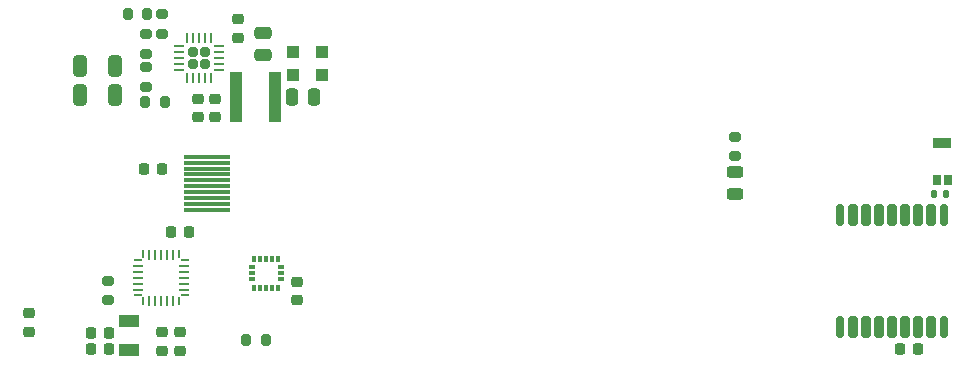
<source format=gbr>
%TF.GenerationSoftware,KiCad,Pcbnew,(6.0.2)*%
%TF.CreationDate,2022-05-15T09:33:53-06:00*%
%TF.ProjectId,SolarGPS,536f6c61-7247-4505-932e-6b696361645f,rev?*%
%TF.SameCoordinates,Original*%
%TF.FileFunction,Paste,Top*%
%TF.FilePolarity,Positive*%
%FSLAX46Y46*%
G04 Gerber Fmt 4.6, Leading zero omitted, Abs format (unit mm)*
G04 Created by KiCad (PCBNEW (6.0.2)) date 2022-05-15 09:33:53*
%MOMM*%
%LPD*%
G01*
G04 APERTURE LIST*
G04 Aperture macros list*
%AMRoundRect*
0 Rectangle with rounded corners*
0 $1 Rounding radius*
0 $2 $3 $4 $5 $6 $7 $8 $9 X,Y pos of 4 corners*
0 Add a 4 corners polygon primitive as box body*
4,1,4,$2,$3,$4,$5,$6,$7,$8,$9,$2,$3,0*
0 Add four circle primitives for the rounded corners*
1,1,$1+$1,$2,$3*
1,1,$1+$1,$4,$5*
1,1,$1+$1,$6,$7*
1,1,$1+$1,$8,$9*
0 Add four rect primitives between the rounded corners*
20,1,$1+$1,$2,$3,$4,$5,0*
20,1,$1+$1,$4,$5,$6,$7,0*
20,1,$1+$1,$6,$7,$8,$9,0*
20,1,$1+$1,$8,$9,$2,$3,0*%
%AMOutline4P*
0 Free polygon, 4 corners , with rotation*
0 The origin of the aperture is its center*
0 number of corners: always 4*
0 $1 to $8 corner X, Y*
0 $9 Rotation angle, in degrees counterclockwise*
0 create outline with 4 corners*
4,1,4,$1,$2,$3,$4,$5,$6,$7,$8,$1,$2,$9*%
%AMFreePoly0*
4,1,17,0.230680,0.111820,0.364318,-0.021819,0.364320,-0.021820,0.364320,-0.021821,0.377501,-0.053640,0.377500,-0.053642,0.377500,-0.080000,0.364320,-0.111820,0.332500,-0.125000,-0.332500,-0.125000,-0.364320,-0.111820,-0.377500,-0.080000,-0.377500,0.080000,-0.364320,0.111820,-0.332500,0.125000,0.198860,0.125000,0.230680,0.111820,0.230680,0.111820,$1*%
%AMFreePoly1*
4,1,17,0.364320,0.111820,0.377500,0.080000,0.377500,0.053642,0.377501,0.053640,0.369779,0.035000,0.364320,0.021820,0.364318,0.021819,0.230680,-0.111820,0.198860,-0.125000,-0.332500,-0.125000,-0.364320,-0.111820,-0.377500,-0.080000,-0.377500,0.080000,-0.364320,0.111820,-0.332500,0.125000,0.332500,0.125000,0.364320,0.111820,0.364320,0.111820,$1*%
%AMFreePoly2*
4,1,17,0.053642,0.377500,0.080000,0.377500,0.111820,0.364320,0.125000,0.332500,0.125000,-0.332500,0.111820,-0.364320,0.080000,-0.377500,-0.080000,-0.377500,-0.111820,-0.364320,-0.125000,-0.332500,-0.125000,0.198860,-0.111820,0.230680,0.021819,0.364318,0.021820,0.364320,0.031140,0.368181,0.053640,0.377501,0.053642,0.377500,0.053642,0.377500,$1*%
%AMFreePoly3*
4,1,17,-0.021820,0.364320,0.111818,0.230681,0.111820,0.230680,0.111820,0.230679,0.125001,0.198860,0.125000,0.198858,0.125000,-0.332500,0.111820,-0.364320,0.080000,-0.377500,-0.080000,-0.377500,-0.111820,-0.364320,-0.125000,-0.332500,-0.125000,0.332500,-0.111820,0.364320,-0.080000,0.377500,-0.053640,0.377500,-0.021820,0.364320,-0.021820,0.364320,$1*%
%AMFreePoly4*
4,1,17,0.364320,0.111820,0.377500,0.080000,0.377500,-0.080000,0.364320,-0.111820,0.332500,-0.125000,-0.198858,-0.125000,-0.198860,-0.125001,-0.221360,-0.115681,-0.230680,-0.111820,-0.230681,-0.111818,-0.364320,0.021820,-0.377500,0.053640,-0.377500,0.080000,-0.364320,0.111820,-0.332500,0.125000,0.332500,0.125000,0.364320,0.111820,0.364320,0.111820,$1*%
%AMFreePoly5*
4,1,17,-0.198858,0.125000,0.332500,0.125000,0.364320,0.111820,0.377500,0.080000,0.377500,-0.080000,0.364320,-0.111820,0.332500,-0.125000,-0.332500,-0.125000,-0.364320,-0.111820,-0.377500,-0.080000,-0.377500,-0.053640,-0.364320,-0.021820,-0.230681,0.111818,-0.230680,0.111820,-0.221360,0.115681,-0.198860,0.125001,-0.198858,0.125000,-0.198858,0.125000,$1*%
%AMFreePoly6*
4,1,17,0.111820,0.364320,0.125000,0.332500,0.125000,-0.198858,0.125001,-0.198860,0.115681,-0.221360,0.111820,-0.230680,0.111818,-0.230681,-0.021820,-0.364320,-0.053640,-0.377500,-0.080000,-0.377500,-0.111820,-0.364320,-0.125000,-0.332500,-0.125000,0.332500,-0.111820,0.364320,-0.080000,0.377500,0.080000,0.377500,0.111820,0.364320,0.111820,0.364320,$1*%
%AMFreePoly7*
4,1,17,0.111820,0.364320,0.125000,0.332500,0.125000,-0.332500,0.111820,-0.364320,0.080000,-0.377500,0.053642,-0.377500,0.053640,-0.377501,0.031140,-0.368181,0.021820,-0.364320,0.021819,-0.364318,-0.111820,-0.230680,-0.125000,-0.198860,-0.125000,0.332500,-0.111820,0.364320,-0.080000,0.377500,0.080000,0.377500,0.111820,0.364320,0.111820,0.364320,$1*%
G04 Aperture macros list end*
%ADD10RoundRect,0.243750X0.456250X-0.243750X0.456250X0.243750X-0.456250X0.243750X-0.456250X-0.243750X0*%
%ADD11RoundRect,0.225000X-0.225000X-0.250000X0.225000X-0.250000X0.225000X0.250000X-0.225000X0.250000X0*%
%ADD12RoundRect,0.225000X0.250000X-0.225000X0.250000X0.225000X-0.250000X0.225000X-0.250000X-0.225000X0*%
%ADD13RoundRect,0.087500X-0.087500X0.187500X-0.087500X-0.187500X0.087500X-0.187500X0.087500X0.187500X0*%
%ADD14RoundRect,0.087500X-0.187500X0.087500X-0.187500X-0.087500X0.187500X-0.087500X0.187500X0.087500X0*%
%ADD15RoundRect,0.147500X0.147500X0.172500X-0.147500X0.172500X-0.147500X-0.172500X0.147500X-0.172500X0*%
%ADD16RoundRect,0.175000X0.175000X-0.725000X0.175000X0.725000X-0.175000X0.725000X-0.175000X-0.725000X0*%
%ADD17RoundRect,0.200000X0.200000X-0.700000X0.200000X0.700000X-0.200000X0.700000X-0.200000X-0.700000X0*%
%ADD18Outline4P,-0.400000X-0.325000X0.400000X-0.325000X0.400000X0.325000X-0.400000X0.325000X270.000000*%
%ADD19Outline4P,-0.400000X-0.800000X0.400000X-0.800000X0.400000X0.800000X-0.400000X0.800000X270.000000*%
%ADD20RoundRect,0.250000X-0.250000X-0.475000X0.250000X-0.475000X0.250000X0.475000X-0.250000X0.475000X0*%
%ADD21RoundRect,0.225000X0.225000X0.250000X-0.225000X0.250000X-0.225000X-0.250000X0.225000X-0.250000X0*%
%ADD22R,4.000000X0.300000*%
%ADD23RoundRect,0.200000X-0.275000X0.200000X-0.275000X-0.200000X0.275000X-0.200000X0.275000X0.200000X0*%
%ADD24RoundRect,0.200000X0.200000X0.275000X-0.200000X0.275000X-0.200000X-0.275000X0.200000X-0.275000X0*%
%ADD25RoundRect,0.225000X-0.250000X0.225000X-0.250000X-0.225000X0.250000X-0.225000X0.250000X0.225000X0*%
%ADD26RoundRect,0.200000X0.275000X-0.200000X0.275000X0.200000X-0.275000X0.200000X-0.275000X-0.200000X0*%
%ADD27RoundRect,0.200000X-0.200000X-0.275000X0.200000X-0.275000X0.200000X0.275000X-0.200000X0.275000X0*%
%ADD28RoundRect,0.250000X-0.325000X-0.650000X0.325000X-0.650000X0.325000X0.650000X-0.325000X0.650000X0*%
%ADD29R,1.000000X1.000000*%
%ADD30FreePoly0,90.000000*%
%ADD31RoundRect,0.062500X0.062500X-0.375000X0.062500X0.375000X-0.062500X0.375000X-0.062500X-0.375000X0*%
%ADD32FreePoly1,90.000000*%
%ADD33FreePoly2,90.000000*%
%ADD34RoundRect,0.062500X0.375000X-0.062500X0.375000X0.062500X-0.375000X0.062500X-0.375000X-0.062500X0*%
%ADD35FreePoly3,90.000000*%
%ADD36FreePoly4,90.000000*%
%ADD37FreePoly5,90.000000*%
%ADD38FreePoly6,90.000000*%
%ADD39FreePoly7,90.000000*%
%ADD40RoundRect,0.202500X0.202500X0.202500X-0.202500X0.202500X-0.202500X-0.202500X0.202500X-0.202500X0*%
%ADD41RoundRect,0.062500X0.375000X0.062500X-0.375000X0.062500X-0.375000X-0.062500X0.375000X-0.062500X0*%
%ADD42RoundRect,0.062500X0.062500X0.375000X-0.062500X0.375000X-0.062500X-0.375000X0.062500X-0.375000X0*%
%ADD43R,1.800000X1.000000*%
%ADD44R,1.000000X4.300000*%
%ADD45RoundRect,0.250000X-0.475000X0.250000X-0.475000X-0.250000X0.475000X-0.250000X0.475000X0.250000X0*%
G04 APERTURE END LIST*
D10*
%TO.C,D2*%
X111200000Y-65937500D03*
X111200000Y-64062500D03*
%TD*%
D11*
%TO.C,C5*%
X125125000Y-79000000D03*
X126675000Y-79000000D03*
%TD*%
D12*
%TO.C,C26*%
X74100000Y-74875000D03*
X74100000Y-73325000D03*
%TD*%
D13*
%TO.C,U6*%
X72500000Y-71375000D03*
X72000000Y-71375000D03*
X71500000Y-71375000D03*
X71000000Y-71375000D03*
X70500000Y-71375000D03*
D14*
X70275000Y-72100000D03*
X70275000Y-72600000D03*
X70275000Y-73100000D03*
D13*
X70500000Y-73825000D03*
X71000000Y-73825000D03*
X71500000Y-73825000D03*
X72000000Y-73825000D03*
X72500000Y-73825000D03*
D14*
X72725000Y-73100000D03*
X72725000Y-72600000D03*
X72725000Y-72100000D03*
%TD*%
D15*
%TO.C,C1*%
X129035000Y-65950000D03*
X128065000Y-65950000D03*
%TD*%
D16*
%TO.C,U2*%
X120100000Y-77150000D03*
D17*
X121200000Y-77150000D03*
X122300000Y-77150000D03*
X123400000Y-77150000D03*
X124500000Y-77150000D03*
X125600000Y-77150000D03*
X126700000Y-77150000D03*
X127800000Y-77150000D03*
D16*
X128900000Y-77150000D03*
X128900000Y-67650000D03*
D17*
X127800000Y-67650000D03*
X126700000Y-67650000D03*
X125600000Y-67650000D03*
X124500000Y-67650000D03*
X123400000Y-67650000D03*
X122300000Y-67650000D03*
X121200000Y-67650000D03*
D16*
X120100000Y-67650000D03*
%TD*%
D18*
%TO.C,AE1*%
X128250000Y-64750000D03*
X129250000Y-64750000D03*
D19*
X128750000Y-61550000D03*
%TD*%
D20*
%TO.C,C4*%
X73650000Y-57700000D03*
X75550000Y-57700000D03*
%TD*%
D21*
%TO.C,C13*%
X58175000Y-79050000D03*
X56625000Y-79050000D03*
%TD*%
D22*
%TO.C,J1*%
X66500000Y-67250000D03*
X66500000Y-66750000D03*
X66500000Y-66250000D03*
X66500000Y-65750000D03*
X66500000Y-65250000D03*
X66500000Y-64750000D03*
X66500000Y-64250000D03*
X66500000Y-63750000D03*
X66500000Y-63250000D03*
X66500000Y-62750000D03*
%TD*%
D23*
%TO.C,ROK2*%
X61300000Y-55175000D03*
X61300000Y-56825000D03*
%TD*%
D12*
%TO.C,C6*%
X69100000Y-52675000D03*
X69100000Y-51125000D03*
%TD*%
D24*
%TO.C,ROV1*%
X61425000Y-50700000D03*
X59775000Y-50700000D03*
%TD*%
D23*
%TO.C,ROK3*%
X61300000Y-52375000D03*
X61300000Y-54025000D03*
%TD*%
D11*
%TO.C,C14*%
X63425000Y-69100000D03*
X64975000Y-69100000D03*
%TD*%
D25*
%TO.C,C2*%
X62700000Y-77625000D03*
X62700000Y-79175000D03*
%TD*%
D26*
%TO.C,ROV2*%
X62700000Y-52325000D03*
X62700000Y-50675000D03*
%TD*%
D12*
%TO.C,C9*%
X65700000Y-59375000D03*
X65700000Y-57825000D03*
%TD*%
%TO.C,C7*%
X67200000Y-59375000D03*
X67200000Y-57825000D03*
%TD*%
D27*
%TO.C,R3*%
X69825000Y-78300000D03*
X71475000Y-78300000D03*
%TD*%
D28*
%TO.C,C12*%
X55725000Y-57500000D03*
X58675000Y-57500000D03*
%TD*%
D25*
%TO.C,C19*%
X64200000Y-77625000D03*
X64200000Y-79175000D03*
%TD*%
D11*
%TO.C,C3*%
X61125000Y-63800000D03*
X62675000Y-63800000D03*
%TD*%
D29*
%TO.C,D3*%
X73750000Y-55800000D03*
X76250000Y-55800000D03*
%TD*%
D30*
%TO.C,U3*%
X61100000Y-74997500D03*
D31*
X61600000Y-74937500D03*
X62100000Y-74937500D03*
X62600000Y-74937500D03*
X63100000Y-74937500D03*
X63600000Y-74937500D03*
D32*
X64100000Y-74997500D03*
D33*
X64597500Y-74500000D03*
D34*
X64537500Y-74000000D03*
X64537500Y-73500000D03*
X64537500Y-73000000D03*
X64537500Y-72500000D03*
X64537500Y-72000000D03*
D35*
X64597500Y-71500000D03*
D36*
X64100000Y-71002500D03*
D31*
X63600000Y-71062500D03*
X63100000Y-71062500D03*
X62600000Y-71062500D03*
X62100000Y-71062500D03*
X61600000Y-71062500D03*
D37*
X61100000Y-71002500D03*
D38*
X60602500Y-71500000D03*
D34*
X60662500Y-72000000D03*
X60662500Y-72500000D03*
X60662500Y-73000000D03*
X60662500Y-73500000D03*
X60662500Y-74000000D03*
D39*
X60602500Y-74500000D03*
%TD*%
D25*
%TO.C,C16*%
X51400000Y-76025000D03*
X51400000Y-77575000D03*
%TD*%
D29*
%TO.C,D1*%
X73750000Y-53900000D03*
X76250000Y-53900000D03*
%TD*%
D21*
%TO.C,C15*%
X58175000Y-77700000D03*
X56625000Y-77700000D03*
%TD*%
D40*
%TO.C,U1*%
X65300000Y-54900000D03*
X66300000Y-54900000D03*
X65300000Y-53900000D03*
X66300000Y-53900000D03*
D41*
X67487500Y-55400000D03*
X67487500Y-54900000D03*
X67487500Y-54400000D03*
X67487500Y-53900000D03*
X67487500Y-53400000D03*
D42*
X66800000Y-52712500D03*
X66300000Y-52712500D03*
X65800000Y-52712500D03*
X65300000Y-52712500D03*
X64800000Y-52712500D03*
D41*
X64112500Y-53400000D03*
X64112500Y-53900000D03*
X64112500Y-54400000D03*
X64112500Y-54900000D03*
X64112500Y-55400000D03*
D42*
X64800000Y-56087500D03*
X65300000Y-56087500D03*
X65800000Y-56087500D03*
X66300000Y-56087500D03*
X66800000Y-56087500D03*
%TD*%
D27*
%TO.C,ROK1*%
X61275000Y-58100000D03*
X62925000Y-58100000D03*
%TD*%
D28*
%TO.C,C10*%
X55725000Y-55100000D03*
X58675000Y-55100000D03*
%TD*%
D43*
%TO.C,Y1*%
X59900000Y-76650000D03*
X59900000Y-79150000D03*
%TD*%
D44*
%TO.C,L1*%
X72225000Y-57700000D03*
X68925000Y-57700000D03*
%TD*%
D26*
%TO.C,R2*%
X111200000Y-62725000D03*
X111200000Y-61075000D03*
%TD*%
D23*
%TO.C,R1*%
X58100000Y-73275000D03*
X58100000Y-74925000D03*
%TD*%
D45*
%TO.C,C11*%
X71200000Y-52250000D03*
X71200000Y-54150000D03*
%TD*%
M02*

</source>
